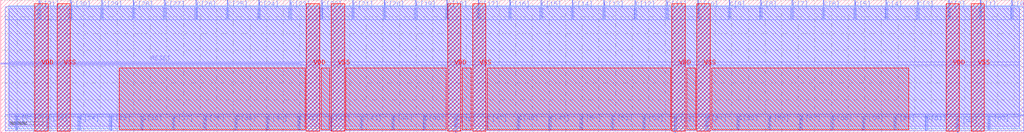
<source format=lef>
VERSION 5.7 ;
  NOWIREEXTENSIONATPIN ON ;
  DIVIDERCHAR "/" ;
  BUSBITCHARS "[]" ;
MACRO BR64
  CLASS BLOCK ;
  FOREIGN BR64 ;
  ORIGIN 0.000 0.000 ;
  SIZE 307.745 BY 40.170 ;
  PIN OUT
    PORT
      LAYER met1 ;
        RECT 306.335 5.050 307.555 5.440 ;
    END
  END OUT
  PIN RESET
    PORT
      LAYER met1 ;
        RECT 0.000 20.805 90.000 21.135 ;
    END
  END RESET
  PIN VDD
    DIRECTION INOUT ;
    USE POWER ;
    PORT
      LAYER met4 ;
        RECT 10.235 0.475 14.265 39.005 ;
    END
    PORT
      LAYER met4 ;
        RECT 91.950 0.480 95.980 39.010 ;
    END
    PORT
      LAYER met4 ;
        RECT 134.450 0.480 138.480 39.010 ;
    END
    PORT
      LAYER met4 ;
        RECT 201.950 0.480 205.980 39.010 ;
    END
    PORT
      LAYER met4 ;
        RECT 284.450 0.480 288.480 39.010 ;
    END
  END VDD
  PIN VSS
    DIRECTION INOUT ;
    USE GROUND ;
    PORT
      LAYER met4 ;
        RECT 16.950 0.480 20.980 39.010 ;
    END
    PORT
      LAYER met4 ;
        RECT 99.450 0.480 103.480 39.010 ;
    END
    PORT
      LAYER met4 ;
        RECT 141.950 0.480 145.980 39.010 ;
    END
    PORT
      LAYER met4 ;
        RECT 209.450 0.480 213.480 39.010 ;
    END
    PORT
      LAYER met4 ;
        RECT 291.950 0.480 295.980 39.010 ;
    END
  END VSS
  PIN C[63]
    PORT
      LAYER met2 ;
        RECT 297.275 0.620 297.495 5.110 ;
    END
  END C[63]
  PIN C[61]
    PORT
      LAYER met2 ;
        RECT 278.395 0.620 278.615 5.110 ;
    END
  END C[61]
  PIN C[60]
    PORT
      LAYER met2 ;
        RECT 268.955 0.620 269.175 5.110 ;
    END
  END C[60]
  PIN C[59]
    PORT
      LAYER met2 ;
        RECT 259.515 0.620 259.735 5.110 ;
    END
  END C[59]
  PIN C[58]
    PORT
      LAYER met2 ;
        RECT 250.075 0.620 250.295 5.110 ;
    END
  END C[58]
  PIN C[57]
    PORT
      LAYER met2 ;
        RECT 240.635 0.620 240.855 5.110 ;
    END
  END C[57]
  PIN C[56]
    PORT
      LAYER met2 ;
        RECT 231.195 0.620 231.415 5.110 ;
    END
  END C[56]
  PIN C[55]
    PORT
      LAYER met2 ;
        RECT 221.755 0.620 221.975 5.110 ;
    END
  END C[55]
  PIN C[54]
    PORT
      LAYER met2 ;
        RECT 212.315 0.620 212.535 5.110 ;
    END
  END C[54]
  PIN C[52]
    PORT
      LAYER met2 ;
        RECT 193.435 0.620 193.655 5.110 ;
    END
  END C[52]
  PIN C[51]
    PORT
      LAYER met2 ;
        RECT 183.995 0.620 184.215 5.110 ;
    END
  END C[51]
  PIN C[50]
    PORT
      LAYER met2 ;
        RECT 174.555 0.620 174.775 5.110 ;
    END
  END C[50]
  PIN C[49]
    PORT
      LAYER met2 ;
        RECT 165.115 0.620 165.335 5.110 ;
    END
  END C[49]
  PIN C[48]
    PORT
      LAYER met2 ;
        RECT 155.675 0.620 155.895 5.110 ;
    END
  END C[48]
  PIN C[47]
    PORT
      LAYER met2 ;
        RECT 146.235 0.620 146.455 5.110 ;
    END
  END C[47]
  PIN C[45]
    PORT
      LAYER met2 ;
        RECT 127.355 0.620 127.575 5.110 ;
    END
  END C[45]
  PIN C[44]
    PORT
      LAYER met2 ;
        RECT 117.915 0.620 118.135 5.110 ;
    END
  END C[44]
  PIN C[43]
    PORT
      LAYER met2 ;
        RECT 108.475 0.620 108.695 5.110 ;
    END
  END C[43]
  PIN C[42]
    PORT
      LAYER met2 ;
        RECT 99.035 0.620 99.255 5.110 ;
    END
  END C[42]
  PIN C[41]
    PORT
      LAYER met2 ;
        RECT 89.595 0.620 89.815 5.110 ;
    END
  END C[41]
  PIN C[40]
    PORT
      LAYER met2 ;
        RECT 80.155 0.620 80.375 5.110 ;
    END
  END C[40]
  PIN C[39]
    PORT
      LAYER met2 ;
        RECT 70.715 0.620 70.935 5.110 ;
    END
  END C[39]
  PIN C[38]
    PORT
      LAYER met2 ;
        RECT 61.275 0.620 61.495 5.110 ;
    END
  END C[38]
  PIN C[37]
    PORT
      LAYER met2 ;
        RECT 51.835 0.620 52.055 5.110 ;
    END
  END C[37]
  PIN C[36]
    PORT
      LAYER met2 ;
        RECT 42.395 0.620 42.615 5.110 ;
    END
  END C[36]
  PIN C[35]
    PORT
      LAYER met2 ;
        RECT 32.955 0.620 33.175 5.110 ;
    END
  END C[35]
  PIN C[34]
    PORT
      LAYER met2 ;
        RECT 23.515 0.620 23.735 5.110 ;
    END
  END C[34]
  PIN C[33]
    PORT
      LAYER met2 ;
        RECT 14.075 0.620 14.295 5.110 ;
    END
  END C[33]
  PIN C[32]
    PORT
      LAYER met2 ;
        RECT 4.635 0.620 4.855 5.110 ;
    END
  END C[32]
  PIN C[31]
    PORT
      LAYER met2 ;
        RECT 11.485 34.390 11.705 40.170 ;
    END
  END C[31]
  PIN C[30]
    PORT
      LAYER met2 ;
        RECT 20.925 34.390 21.145 40.170 ;
    END
  END C[30]
  PIN C[29]
    PORT
      LAYER met2 ;
        RECT 30.365 34.390 30.585 40.170 ;
    END
  END C[29]
  PIN C[28]
    PORT
      LAYER met2 ;
        RECT 39.805 34.390 40.025 40.170 ;
    END
  END C[28]
  PIN C[27]
    PORT
      LAYER met2 ;
        RECT 49.245 34.390 49.465 40.170 ;
    END
  END C[27]
  PIN C[26]
    PORT
      LAYER met2 ;
        RECT 58.685 34.390 58.905 40.170 ;
    END
  END C[26]
  PIN C[25]
    PORT
      LAYER met2 ;
        RECT 68.125 34.390 68.345 40.170 ;
    END
  END C[25]
  PIN C[24]
    PORT
      LAYER met2 ;
        RECT 77.565 34.390 77.785 40.170 ;
    END
  END C[24]
  PIN C[23]
    PORT
      LAYER met2 ;
        RECT 87.005 34.390 87.225 40.170 ;
    END
  END C[23]
  PIN C[22]
    PORT
      LAYER met2 ;
        RECT 96.445 34.390 96.665 40.170 ;
    END
  END C[22]
  PIN C[21]
    PORT
      LAYER met2 ;
        RECT 105.885 34.390 106.105 40.170 ;
    END
  END C[21]
  PIN C[20]
    PORT
      LAYER met2 ;
        RECT 115.325 34.390 115.545 40.170 ;
    END
  END C[20]
  PIN C[19]
    PORT
      LAYER met2 ;
        RECT 124.765 34.390 124.985 40.170 ;
    END
  END C[19]
  PIN C[18]
    PORT
      LAYER met2 ;
        RECT 134.205 34.390 134.425 40.170 ;
    END
  END C[18]
  PIN C[17]
    PORT
      LAYER met2 ;
        RECT 143.645 34.390 143.865 40.170 ;
    END
  END C[17]
  PIN C[16]
    PORT
      LAYER met2 ;
        RECT 153.085 34.390 153.305 40.170 ;
    END
  END C[16]
  PIN C[15]
    PORT
      LAYER met2 ;
        RECT 162.525 34.390 162.745 40.170 ;
    END
  END C[15]
  PIN C[14]
    PORT
      LAYER met2 ;
        RECT 171.965 34.390 172.185 40.170 ;
    END
  END C[14]
  PIN C[13]
    PORT
      LAYER met2 ;
        RECT 181.405 34.390 181.625 40.170 ;
    END
  END C[13]
  PIN C[12]
    PORT
      LAYER met2 ;
        RECT 190.845 34.390 191.065 40.170 ;
    END
  END C[12]
  PIN C[11]
    PORT
      LAYER met2 ;
        RECT 200.285 34.390 200.505 40.170 ;
    END
  END C[11]
  PIN C[10]
    PORT
      LAYER met2 ;
        RECT 209.725 34.390 209.945 40.170 ;
    END
  END C[10]
  PIN C[9]
    PORT
      LAYER met2 ;
        RECT 219.165 34.390 219.385 40.170 ;
    END
  END C[9]
  PIN C[8]
    PORT
      LAYER met2 ;
        RECT 228.605 34.390 228.825 40.170 ;
    END
  END C[8]
  PIN C[7]
    PORT
      LAYER met2 ;
        RECT 238.045 34.390 238.265 40.170 ;
    END
  END C[7]
  PIN C[6]
    PORT
      LAYER met2 ;
        RECT 247.485 34.390 247.705 40.170 ;
    END
  END C[6]
  PIN C[5]
    PORT
      LAYER met2 ;
        RECT 256.925 34.390 257.145 40.170 ;
    END
  END C[5]
  PIN C[4]
    PORT
      LAYER met2 ;
        RECT 266.365 34.390 266.585 40.170 ;
    END
  END C[4]
  PIN C[3]
    PORT
      LAYER met2 ;
        RECT 275.805 34.390 276.025 40.170 ;
    END
  END C[3]
  PIN C[2]
    PORT
      LAYER met2 ;
        RECT 285.245 34.390 285.465 40.170 ;
    END
  END C[2]
  PIN C[1]
    PORT
      LAYER met2 ;
        RECT 294.685 34.390 294.905 40.170 ;
    END
  END C[1]
  PIN C[0]
    PORT
      LAYER met2 ;
        RECT 304.125 34.390 304.345 40.170 ;
    END
  END C[0]
  PIN C[46]
    PORT
      LAYER met2 ;
        RECT 136.795 0.120 137.015 5.110 ;
    END
  END C[46]
  PIN C[53]
    PORT
      LAYER met2 ;
        RECT 202.875 0.000 203.095 5.110 ;
    END
  END C[53]
  PIN C[62]
    PORT
      LAYER met2 ;
        RECT 287.845 0.020 288.065 4.510 ;
    END
  END C[62]
  OBS
      LAYER li1 ;
        RECT 2.575 2.010 306.405 37.490 ;
      LAYER met1 ;
        RECT 2.385 21.415 306.595 38.350 ;
        RECT 90.280 20.525 306.595 21.415 ;
        RECT 2.385 5.720 306.595 20.525 ;
        RECT 2.385 4.770 306.055 5.720 ;
        RECT 2.385 1.150 306.595 4.770 ;
      LAYER met2 ;
        RECT 1.355 34.110 11.205 38.100 ;
        RECT 11.985 34.110 20.645 38.100 ;
        RECT 21.425 34.110 30.085 38.100 ;
        RECT 30.865 34.110 39.525 38.100 ;
        RECT 40.305 34.110 48.965 38.100 ;
        RECT 49.745 34.110 58.405 38.100 ;
        RECT 59.185 34.110 67.845 38.100 ;
        RECT 68.625 34.110 77.285 38.100 ;
        RECT 78.065 34.110 86.725 38.100 ;
        RECT 87.505 34.110 96.165 38.100 ;
        RECT 96.945 34.110 105.605 38.100 ;
        RECT 106.385 34.110 115.045 38.100 ;
        RECT 115.825 34.110 124.485 38.100 ;
        RECT 125.265 34.110 133.925 38.100 ;
        RECT 134.705 34.110 143.365 38.100 ;
        RECT 144.145 34.110 152.805 38.100 ;
        RECT 153.585 34.110 162.245 38.100 ;
        RECT 163.025 34.110 171.685 38.100 ;
        RECT 172.465 34.110 181.125 38.100 ;
        RECT 181.905 34.110 190.565 38.100 ;
        RECT 191.345 34.110 200.005 38.100 ;
        RECT 200.785 34.110 209.445 38.100 ;
        RECT 210.225 34.110 218.885 38.100 ;
        RECT 219.665 34.110 228.325 38.100 ;
        RECT 229.105 34.110 237.765 38.100 ;
        RECT 238.545 34.110 247.205 38.100 ;
        RECT 247.985 34.110 256.645 38.100 ;
        RECT 257.425 34.110 266.085 38.100 ;
        RECT 266.865 34.110 275.525 38.100 ;
        RECT 276.305 34.110 284.965 38.100 ;
        RECT 285.745 34.110 294.405 38.100 ;
        RECT 295.185 34.110 303.845 38.100 ;
        RECT 304.625 34.110 307.745 38.100 ;
        RECT 1.355 5.390 307.745 34.110 ;
        RECT 1.355 0.620 4.355 5.390 ;
        RECT 5.135 0.620 13.795 5.390 ;
        RECT 14.575 0.620 23.235 5.390 ;
        RECT 24.015 0.620 32.675 5.390 ;
        RECT 33.455 0.620 42.115 5.390 ;
        RECT 42.895 0.620 51.555 5.390 ;
        RECT 52.335 0.620 60.995 5.390 ;
        RECT 61.775 0.620 70.435 5.390 ;
        RECT 71.215 0.620 79.875 5.390 ;
        RECT 80.655 0.620 89.315 5.390 ;
        RECT 90.095 0.620 98.755 5.390 ;
        RECT 99.535 0.620 108.195 5.390 ;
        RECT 108.975 0.620 117.635 5.390 ;
        RECT 118.415 0.620 127.075 5.390 ;
        RECT 127.855 0.620 136.515 5.390 ;
        RECT 137.295 0.620 145.955 5.390 ;
        RECT 146.735 0.620 155.395 5.390 ;
        RECT 156.175 0.620 164.835 5.390 ;
        RECT 165.615 0.620 174.275 5.390 ;
        RECT 175.055 0.620 183.715 5.390 ;
        RECT 184.495 0.620 193.155 5.390 ;
        RECT 193.935 0.620 202.595 5.390 ;
        RECT 203.375 0.620 212.035 5.390 ;
        RECT 212.815 0.620 221.475 5.390 ;
        RECT 222.255 0.620 230.915 5.390 ;
        RECT 231.695 0.620 240.355 5.390 ;
        RECT 241.135 0.620 249.795 5.390 ;
        RECT 250.575 0.620 259.235 5.390 ;
        RECT 260.015 0.620 268.675 5.390 ;
        RECT 269.455 0.620 278.115 5.390 ;
        RECT 278.895 4.790 296.995 5.390 ;
        RECT 278.895 0.620 287.565 4.790 ;
        RECT 288.345 0.620 296.995 4.790 ;
        RECT 297.775 0.620 307.745 5.390 ;
      LAYER met3 ;
        RECT 2.385 1.145 306.595 38.355 ;
      LAYER met4 ;
        RECT 35.605 0.860 91.550 19.600 ;
        RECT 96.380 0.860 99.050 19.600 ;
        RECT 103.880 0.860 134.050 19.600 ;
        RECT 138.880 0.860 141.550 19.600 ;
        RECT 146.380 0.860 201.550 19.600 ;
        RECT 206.380 0.860 209.050 19.600 ;
        RECT 213.880 0.860 273.215 19.600 ;
  END
END BR64
END LIBRARY


</source>
